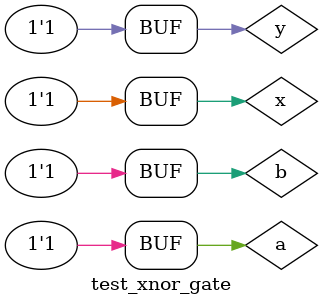
<source format=v>
/*
 Guia_0505.v
 810862 - Vitor Lucio de Oliveira
*/

module xnor_gate (output s, input a, input b);
  // Definir dados locais
  wire not_a, not_b, and1_out, and2_out, or_out;

  // Descrever por portas NOR
  nor NOR1 (not_a, a, a);
  nor NOR2 (not_b, b, b);

  // Descrever por portas AND
  and AND1 (and1_out, not_a, b);
  and AND2 (and2_out, a, not_b);

  // Descrever por porta OR
  or OR1 (or_out, and1_out, and2_out);

  // A saída é a negação da porta OR
  nor NOR3 (s, or_out, or_out);
endmodule // xnor_gate

module test_xnor_gate;
  // Definir dados
  reg x;
  reg y;
  wire a, b;
  wire s;

  // Instanciar o módulo xnor_gate
  xnor_gate xnor_module (s, x, y);

  // Parte principal
  initial begin : main
    $display("Guia_0505 - Vitor Lucio de Oliveira - 810862");
    $display("Test module");
    $display(" x y a b s");
    
    // Projetar testes do módulo
    $monitor("%4b %4b %4b %4b %4b", x, y, a, b, s);
    
    // Teste 1: a = 0, b = 0
    x = 1'b0; y = 1'b0;
    #1 a = 1'b0; b = 1'b0;
    
    // Teste 2: a = 0, b = 1
    x = 1'b0; y = 1'b1;
    #1 a = 1'b0; b = 1'b1;
    
    // Teste 3: a = 1, b = 0
    x = 1'b1; y = 1'b0;
    #1 a = 1'b1; b = 1'b0;
    
    // Teste 4: a = 1, b = 1
    x = 1'b1; y = 1'b1;
    #1 a = 1'b1; b = 1'b1;
  end
endmodule // test_xnor_gate

</source>
